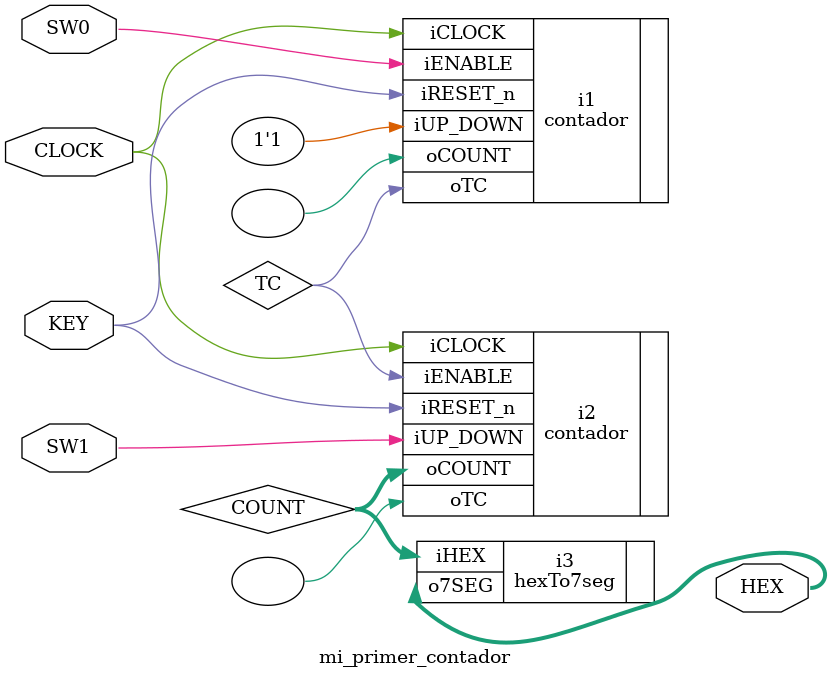
<source format=v>

module mi_primer_contador (CLOCK, KEY, SW0, SW1, HEX);

	input CLOCK, KEY, SW0, SW1;
	output [6:0] HEX;
	
	wire TC;
	wire [3:0] COUNT;
	
	contador #(.fin_cuenta(25000000)) i1 (.iCLOCK(CLOCK),
													  .iRESET_n(KEY),
													  .iENABLE(SW0),
													  .iUP_DOWN(1'b1),
													  .oCOUNT(),
													  .oTC(TC));
													  
	contador #(.fin_cuenta(10)) i2 (.iCLOCK(CLOCK),
											  .iRESET_n(KEY),
											  .iENABLE(TC),
											  .iUP_DOWN(SW1),
											  .oCOUNT(COUNT),
											  .oTC());
											  
	hexTo7seg i3 (.iHEX(COUNT), .o7SEG(HEX));
	
endmodule 
</source>
